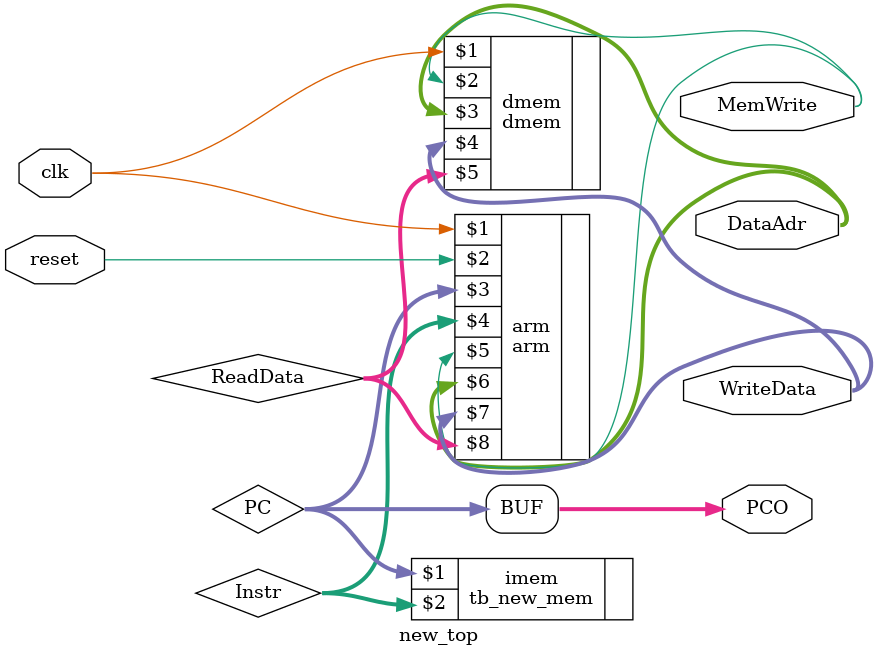
<source format=sv>
module new_top(
    input  logic clk, reset,
    output logic [31:0] DataAdr,
    output logic [31:0] WriteData,
    output logic MemWrite,
	output logic [31:0] PCO
    );

    logic [31:0] PC, Instr, ReadData;
	
	assign PCO = PC;

    // instantiate processor and memories
    arm  arm(clk, reset, PC, Instr, MemWrite, DataAdr, WriteData, ReadData);
    
    tb_new_mem imem(PC, Instr);
    
	
    dmem dmem(clk, MemWrite, DataAdr, WriteData, ReadData);
    
endmodule

</source>
